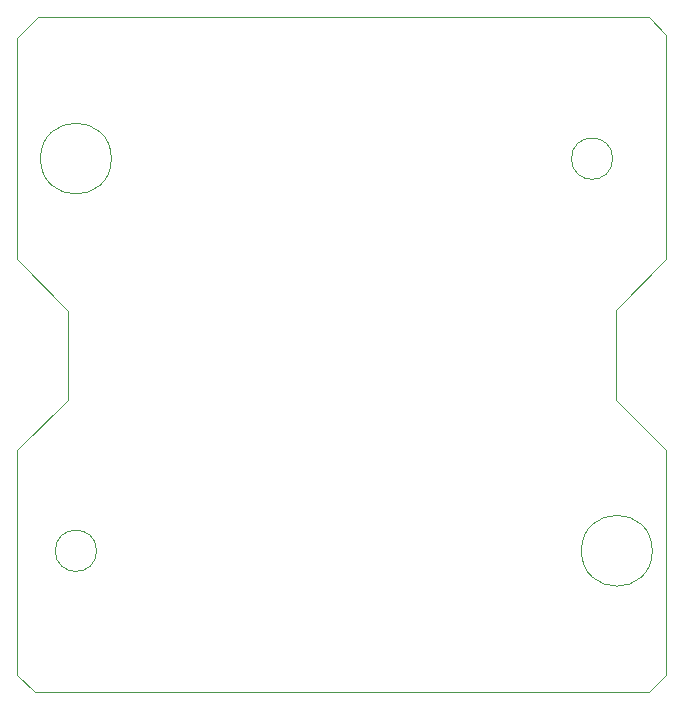
<source format=gm1>
G04 #@! TF.GenerationSoftware,KiCad,Pcbnew,9.0.4-9.0.4-0~ubuntu24.04.1*
G04 #@! TF.CreationDate,2025-09-13T11:56:24+02:00*
G04 #@! TF.ProjectId,SMG_OVN_DE96-00994A,534d475f-4f56-44e5-9f44-4539362d3030,1*
G04 #@! TF.SameCoordinates,Original*
G04 #@! TF.FileFunction,Profile,NP*
%FSLAX46Y46*%
G04 Gerber Fmt 4.6, Leading zero omitted, Abs format (unit mm)*
G04 Created by KiCad (PCBNEW 9.0.4-9.0.4-0~ubuntu24.04.1) date 2025-09-13 11:56:24*
%MOMM*%
%LPD*%
G01*
G04 APERTURE LIST*
G04 #@! TA.AperFunction,Profile*
%ADD10C,0.100000*%
G04 #@! TD*
G04 #@! TA.AperFunction,Profile*
%ADD11C,0.050000*%
G04 #@! TD*
G04 APERTURE END LIST*
D10*
X177700000Y-100300000D02*
X182000000Y-96000000D01*
X182000000Y-96000000D02*
X182000000Y-77000000D01*
D11*
X135000000Y-87500000D02*
G75*
G02*
X129000000Y-87500000I-3000000J0D01*
G01*
X129000000Y-87500000D02*
G75*
G02*
X135000000Y-87500000I3000000J0D01*
G01*
D10*
X182000000Y-112200000D02*
X177700000Y-107900000D01*
X182000000Y-131200000D02*
X182000000Y-112200000D01*
X131300000Y-107900000D02*
X127000000Y-112200000D01*
D11*
X177450000Y-87500000D02*
G75*
G02*
X173950000Y-87500000I-1750000J0D01*
G01*
X173950000Y-87500000D02*
G75*
G02*
X177450000Y-87500000I1750000J0D01*
G01*
D10*
X182000000Y-77000000D02*
X180500000Y-75500000D01*
X127000000Y-77250000D02*
X127000000Y-96000000D01*
X131300000Y-100400000D02*
X131300000Y-107900000D01*
X177700000Y-107900000D02*
X177700000Y-100300000D01*
X180500000Y-75500000D02*
X128750000Y-75500000D01*
X127000000Y-112200000D02*
X127000000Y-131200000D01*
X128750000Y-75500000D02*
X127000000Y-77250000D01*
X128500000Y-132700000D02*
X180500000Y-132700000D01*
X127000000Y-96000000D02*
X131300000Y-100400000D01*
D11*
X133750000Y-120700000D02*
G75*
G02*
X130250000Y-120700000I-1750000J0D01*
G01*
X130250000Y-120700000D02*
G75*
G02*
X133750000Y-120700000I1750000J0D01*
G01*
D10*
X180500000Y-132700000D02*
X182000000Y-131200000D01*
X127000000Y-131200000D02*
X128500000Y-132700000D01*
D11*
X180800000Y-120700000D02*
G75*
G02*
X174800000Y-120700000I-3000000J0D01*
G01*
X174800000Y-120700000D02*
G75*
G02*
X180800000Y-120700000I3000000J0D01*
G01*
M02*

</source>
